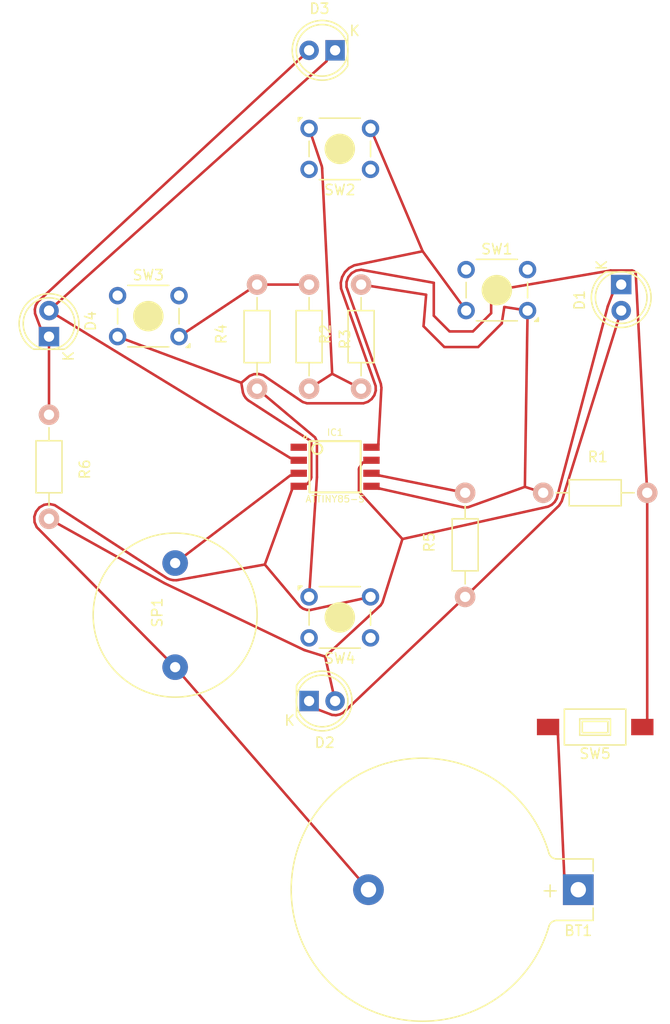
<source format=kicad_pcb>
(kicad_pcb (version 4) (host pcbnew 4.0.4-stable)

  (general
    (links 28)
    (no_connects 0)
    (area 188.128 63.541 253.932 163.809777)
    (thickness 1.6)
    (drawings 0)
    (tracks 262)
    (zones 0)
    (modules 18)
    (nets 14)
  )

  (page A4)
  (layers
    (0 F.Cu signal)
    (31 B.Cu signal)
    (32 B.Adhes user)
    (33 F.Adhes user)
    (34 B.Paste user)
    (35 F.Paste user)
    (36 B.SilkS user)
    (37 F.SilkS user)
    (38 B.Mask user)
    (39 F.Mask user)
    (40 Dwgs.User user)
    (41 Cmts.User user)
    (42 Eco1.User user)
    (43 Eco2.User user)
    (44 Edge.Cuts user)
    (45 Margin user)
    (46 B.CrtYd user)
    (47 F.CrtYd user)
    (48 B.Fab user)
    (49 F.Fab user)
  )

  (setup
    (last_trace_width 0.25)
    (trace_clearance 0.2)
    (zone_clearance 0.508)
    (zone_45_only no)
    (trace_min 0.2)
    (segment_width 0.2)
    (edge_width 0.15)
    (via_size 0.6)
    (via_drill 0.4)
    (via_min_size 0.4)
    (via_min_drill 0.3)
    (uvia_size 0.3)
    (uvia_drill 0.1)
    (uvias_allowed no)
    (uvia_min_size 0.2)
    (uvia_min_drill 0.1)
    (pcb_text_width 0.3)
    (pcb_text_size 1.5 1.5)
    (mod_edge_width 0.15)
    (mod_text_size 1 1)
    (mod_text_width 0.15)
    (pad_size 1.524 1.524)
    (pad_drill 0.762)
    (pad_to_mask_clearance 0.2)
    (aux_axis_origin 0 0)
    (visible_elements 7FFFFFFF)
    (pcbplotparams
      (layerselection 0x00030_80000001)
      (usegerberextensions false)
      (excludeedgelayer true)
      (linewidth 0.100000)
      (plotframeref false)
      (viasonmask false)
      (mode 1)
      (useauxorigin false)
      (hpglpennumber 1)
      (hpglpenspeed 20)
      (hpglpendiameter 15)
      (hpglpenoverlay 2)
      (psnegative false)
      (psa4output false)
      (plotreference true)
      (plotvalue true)
      (plotinvisibletext false)
      (padsonsilk false)
      (subtractmaskfromsilk false)
      (outputformat 1)
      (mirror false)
      (drillshape 1)
      (scaleselection 1)
      (outputdirectory ""))
  )

  (net 0 "")
  (net 1 GND)
  (net 2 "Net-(BT1-Pad1)")
  (net 3 PB2)
  (net 4 "Net-(D1-Pad2)")
  (net 5 PB3)
  (net 6 "Net-(D3-Pad2)")
  (net 7 PB4)
  (net 8 PB0)
  (net 9 PB1)
  (net 10 +3V3)
  (net 11 "Net-(R2-Pad1)")
  (net 12 "Net-(R3-Pad1)")
  (net 13 "Net-(R4-Pad1)")

  (net_class Default "This is the default net class."
    (clearance 0.2)
    (trace_width 0.25)
    (via_dia 0.6)
    (via_drill 0.4)
    (uvia_dia 0.3)
    (uvia_drill 0.1)
    (add_net +3V3)
    (add_net GND)
    (add_net "Net-(BT1-Pad1)")
    (add_net "Net-(D1-Pad2)")
    (add_net "Net-(D3-Pad2)")
    (add_net "Net-(R2-Pad1)")
    (add_net "Net-(R3-Pad1)")
    (add_net "Net-(R4-Pad1)")
    (add_net PB0)
    (add_net PB1)
    (add_net PB2)
    (add_net PB3)
    (add_net PB4)
  )

  (module Battery_Holders:Keystone_104_1x23mm-CoinCell (layer F.Cu) (tedit 5787C34F) (tstamp 583F4558)
    (at 244.729 150.495 180)
    (descr http://www.keyelco.com/product-pdf.cfm?p=744)
    (tags "Keystone type 104 battery holder")
    (path /583DCF3A)
    (fp_text reference BT1 (at 0 -4 180) (layer F.SilkS)
      (effects (font (size 1 1) (thickness 0.15)))
    )
    (fp_text value Battery (at 15 14 180) (layer F.Fab)
      (effects (font (size 1 1) (thickness 0.15)))
    )
    (fp_text user + (at 2.75 0 180) (layer F.SilkS)
      (effects (font (size 1.5 1.5) (thickness 0.15)))
    )
    (fp_line (start -1.45 1.8) (end -1.45 3) (layer F.SilkS) (width 0.15))
    (fp_arc (start 15.2 0) (end 2.615 3.6) (angle -164) (layer F.CrtYd) (width 0.05))
    (fp_arc (start 15.2 0) (end 2.615 -3.6) (angle 164) (layer F.CrtYd) (width 0.05))
    (fp_arc (start 2.1 3.8) (end 2.1 3.25) (angle 70) (layer F.CrtYd) (width 0.05))
    (fp_arc (start 2.1 -3.8) (end 2.1 -3.25) (angle -70) (layer F.CrtYd) (width 0.05))
    (fp_arc (start 15.2 0) (end 2.85 3.5) (angle -164.5) (layer F.SilkS) (width 0.15))
    (fp_arc (start 2.1 3.8) (end 2.1 3) (angle 70) (layer F.SilkS) (width 0.15))
    (fp_arc (start 15.2 0) (end 2.85 -3.5) (angle 164.5) (layer F.SilkS) (width 0.15))
    (fp_arc (start 2.1 -3.8) (end 2.1 -3) (angle -70) (layer F.SilkS) (width 0.15))
    (fp_arc (start 2.15 3.8) (end 2.15 2.9) (angle 70) (layer F.Fab) (width 0.15))
    (fp_arc (start 15.2 0) (end 3 3.5) (angle -164) (layer F.Fab) (width 0.15))
    (fp_arc (start 15.2 0) (end 3 -3.5) (angle 164) (layer F.Fab) (width 0.15))
    (fp_arc (start 15.2 0) (end 3.72 1.3) (angle -180) (layer F.Fab) (width 0.15))
    (fp_line (start -1.75 -3.25) (end 2.15 -3.25) (layer F.CrtYd) (width 0.05))
    (fp_line (start -1.75 3.25) (end 2.15 3.25) (layer F.CrtYd) (width 0.05))
    (fp_line (start -1.75 3.25) (end -1.75 -3.25) (layer F.CrtYd) (width 0.05))
    (fp_line (start -1.45 -3) (end 2.15 -3) (layer F.SilkS) (width 0.15))
    (fp_line (start -1.45 -1.8) (end -1.45 -3) (layer F.SilkS) (width 0.15))
    (fp_line (start -1.45 3) (end 2.15 3) (layer F.SilkS) (width 0.15))
    (fp_arc (start 15.2 0) (end 9 1.3) (angle -170) (layer F.Fab) (width 0.15))
    (fp_arc (start 15.2 0) (end 13.3 1.3) (angle -150) (layer F.Fab) (width 0.15))
    (fp_arc (start 15.2 0) (end 13.3 -1.3) (angle 150) (layer F.Fab) (width 0.15))
    (fp_arc (start 15.2 0) (end 9 -1.3) (angle 170) (layer F.Fab) (width 0.15))
    (fp_arc (start 15.2 0) (end 3.72 -1.3) (angle 180) (layer F.Fab) (width 0.15))
    (fp_line (start 2.15 -2.9) (end -0.9 -2.9) (layer F.Fab) (width 0.15))
    (fp_line (start -0.9 2.9) (end 2.15 2.9) (layer F.Fab) (width 0.15))
    (fp_line (start -1.3 -2.5) (end -1.3 2.5) (layer F.Fab) (width 0.15))
    (fp_line (start 0 1.3) (end 16.2 1.3) (layer F.Fab) (width 0.15))
    (fp_line (start 16.2 -1.3) (end 0 -1.3) (layer F.Fab) (width 0.15))
    (fp_arc (start 2.15 -3.8) (end 2.15 -2.9) (angle -70) (layer F.Fab) (width 0.15))
    (fp_arc (start 16.2 0) (end 16.2 -1.3) (angle 180) (layer F.Fab) (width 0.15))
    (fp_line (start 0 -1.3) (end 0 1.3) (layer F.Fab) (width 0.15))
    (fp_arc (start -0.9 2.5) (end -1.3 2.5) (angle -90) (layer F.Fab) (width 0.15))
    (fp_arc (start -0.9 -2.5) (end -1.3 -2.5) (angle 90) (layer F.Fab) (width 0.15))
    (fp_line (start 23.6982 7.8486) (end 24.5264 8.6133) (layer F.Fab) (width 0.15))
    (fp_line (start 23.7236 -7.8486) (end 24.5264 -8.6006) (layer F.Fab) (width 0.15))
    (pad 2 thru_hole circle (at 20.49 0 180) (size 3 3) (drill 1.5) (layers *.Cu *.Mask)
      (net 1 GND))
    (pad 1 thru_hole rect (at 0 0 180) (size 3 3) (drill 1.5) (layers *.Cu *.Mask)
      (net 2 "Net-(BT1-Pad1)"))
    (model Battery_Holders.3dshapes/Keystone_104_1x23mm-CoinCell.wrl
      (at (xyz 0.6 0 0))
      (scale (xyz 1 1 1))
      (rotate (xyz 0 0 180))
    )
  )

  (module LEDs:LED-5MM (layer F.Cu) (tedit 5570F7EA) (tstamp 583F455E)
    (at 248.92 91.44 270)
    (descr "LED 5mm round vertical")
    (tags "LED 5mm round vertical")
    (path /583DCDFF)
    (fp_text reference D1 (at 1.524 4.064 270) (layer F.SilkS)
      (effects (font (size 1 1) (thickness 0.15)))
    )
    (fp_text value LED (at 1.524 -3.937 270) (layer F.Fab)
      (effects (font (size 1 1) (thickness 0.15)))
    )
    (fp_line (start -1.5 -1.55) (end -1.5 1.55) (layer F.CrtYd) (width 0.05))
    (fp_arc (start 1.3 0) (end -1.5 1.55) (angle -302) (layer F.CrtYd) (width 0.05))
    (fp_arc (start 1.27 0) (end -1.23 -1.5) (angle 297.5) (layer F.SilkS) (width 0.15))
    (fp_line (start -1.23 1.5) (end -1.23 -1.5) (layer F.SilkS) (width 0.15))
    (fp_circle (center 1.27 0) (end 0.97 -2.5) (layer F.SilkS) (width 0.15))
    (fp_text user K (at -1.905 1.905 270) (layer F.SilkS)
      (effects (font (size 1 1) (thickness 0.15)))
    )
    (pad 1 thru_hole rect (at 0 0) (size 2 1.9) (drill 1.00076) (layers *.Cu *.Mask)
      (net 3 PB2))
    (pad 2 thru_hole circle (at 2.54 0 270) (size 1.9 1.9) (drill 1.00076) (layers *.Cu *.Mask)
      (net 4 "Net-(D1-Pad2)"))
    (model LEDs.3dshapes/LED-5MM.wrl
      (at (xyz 0.05 0 0))
      (scale (xyz 1 1 1))
      (rotate (xyz 0 0 90))
    )
  )

  (module LEDs:LED-5MM (layer F.Cu) (tedit 5570F7EA) (tstamp 583F4564)
    (at 218.44 132.08)
    (descr "LED 5mm round vertical")
    (tags "LED 5mm round vertical")
    (path /583DCE22)
    (fp_text reference D2 (at 1.524 4.064) (layer F.SilkS)
      (effects (font (size 1 1) (thickness 0.15)))
    )
    (fp_text value LED (at 1.524 -3.937) (layer F.Fab)
      (effects (font (size 1 1) (thickness 0.15)))
    )
    (fp_line (start -1.5 -1.55) (end -1.5 1.55) (layer F.CrtYd) (width 0.05))
    (fp_arc (start 1.3 0) (end -1.5 1.55) (angle -302) (layer F.CrtYd) (width 0.05))
    (fp_arc (start 1.27 0) (end -1.23 -1.5) (angle 297.5) (layer F.SilkS) (width 0.15))
    (fp_line (start -1.23 1.5) (end -1.23 -1.5) (layer F.SilkS) (width 0.15))
    (fp_circle (center 1.27 0) (end 0.97 -2.5) (layer F.SilkS) (width 0.15))
    (fp_text user K (at -1.905 1.905) (layer F.SilkS)
      (effects (font (size 1 1) (thickness 0.15)))
    )
    (pad 1 thru_hole rect (at 0 0 90) (size 2 1.9) (drill 1.00076) (layers *.Cu *.Mask)
      (net 4 "Net-(D1-Pad2)"))
    (pad 2 thru_hole circle (at 2.54 0) (size 1.9 1.9) (drill 1.00076) (layers *.Cu *.Mask)
      (net 3 PB2))
    (model LEDs.3dshapes/LED-5MM.wrl
      (at (xyz 0.05 0 0))
      (scale (xyz 1 1 1))
      (rotate (xyz 0 0 90))
    )
  )

  (module LEDs:LED-5MM (layer F.Cu) (tedit 5570F7EA) (tstamp 583F456A)
    (at 220.98 68.58 180)
    (descr "LED 5mm round vertical")
    (tags "LED 5mm round vertical")
    (path /583DCDC6)
    (fp_text reference D3 (at 1.524 4.064 180) (layer F.SilkS)
      (effects (font (size 1 1) (thickness 0.15)))
    )
    (fp_text value LED (at 1.524 -3.937 180) (layer F.Fab)
      (effects (font (size 1 1) (thickness 0.15)))
    )
    (fp_line (start -1.5 -1.55) (end -1.5 1.55) (layer F.CrtYd) (width 0.05))
    (fp_arc (start 1.3 0) (end -1.5 1.55) (angle -302) (layer F.CrtYd) (width 0.05))
    (fp_arc (start 1.27 0) (end -1.23 -1.5) (angle 297.5) (layer F.SilkS) (width 0.15))
    (fp_line (start -1.23 1.5) (end -1.23 -1.5) (layer F.SilkS) (width 0.15))
    (fp_circle (center 1.27 0) (end 0.97 -2.5) (layer F.SilkS) (width 0.15))
    (fp_text user K (at -1.905 1.905 180) (layer F.SilkS)
      (effects (font (size 1 1) (thickness 0.15)))
    )
    (pad 1 thru_hole rect (at 0 0 270) (size 2 1.9) (drill 1.00076) (layers *.Cu *.Mask)
      (net 5 PB3))
    (pad 2 thru_hole circle (at 2.54 0 180) (size 1.9 1.9) (drill 1.00076) (layers *.Cu *.Mask)
      (net 6 "Net-(D3-Pad2)"))
    (model LEDs.3dshapes/LED-5MM.wrl
      (at (xyz 0.05 0 0))
      (scale (xyz 1 1 1))
      (rotate (xyz 0 0 90))
    )
  )

  (module LEDs:LED-5MM (layer F.Cu) (tedit 5570F7EA) (tstamp 583F4570)
    (at 193.04 96.52 90)
    (descr "LED 5mm round vertical")
    (tags "LED 5mm round vertical")
    (path /583DCC45)
    (fp_text reference D4 (at 1.524 4.064 90) (layer F.SilkS)
      (effects (font (size 1 1) (thickness 0.15)))
    )
    (fp_text value LED (at 1.524 -3.937 90) (layer F.Fab)
      (effects (font (size 1 1) (thickness 0.15)))
    )
    (fp_line (start -1.5 -1.55) (end -1.5 1.55) (layer F.CrtYd) (width 0.05))
    (fp_arc (start 1.3 0) (end -1.5 1.55) (angle -302) (layer F.CrtYd) (width 0.05))
    (fp_arc (start 1.27 0) (end -1.23 -1.5) (angle 297.5) (layer F.SilkS) (width 0.15))
    (fp_line (start -1.23 1.5) (end -1.23 -1.5) (layer F.SilkS) (width 0.15))
    (fp_circle (center 1.27 0) (end 0.97 -2.5) (layer F.SilkS) (width 0.15))
    (fp_text user K (at -1.905 1.905 90) (layer F.SilkS)
      (effects (font (size 1 1) (thickness 0.15)))
    )
    (pad 1 thru_hole rect (at 0 0 180) (size 2 1.9) (drill 1.00076) (layers *.Cu *.Mask)
      (net 6 "Net-(D3-Pad2)"))
    (pad 2 thru_hole circle (at 2.54 0 90) (size 1.9 1.9) (drill 1.00076) (layers *.Cu *.Mask)
      (net 5 PB3))
    (model LEDs.3dshapes/LED-5MM.wrl
      (at (xyz 0.05 0 0))
      (scale (xyz 1 1 1))
      (rotate (xyz 0 0 90))
    )
  )

  (module simon:SOIC8W (layer F.Cu) (tedit 0) (tstamp 583F457C)
    (at 220.98 109.22)
    (descr "Small Outline w/ Pins, wide")
    (tags "SOIC SSOP TSSOP")
    (path /583DCC04)
    (attr smd)
    (fp_text reference IC1 (at 0 -3.35) (layer F.SilkS)
      (effects (font (size 0.65 0.65) (thickness 0.0975)))
    )
    (fp_text value ATTINY85-S (at 0 3.15) (layer F.SilkS)
      (effects (font (size 0.65 0.65) (thickness 0.0975)))
    )
    (fp_text user ○ (at -2.9 -2.905) (layer F.SilkS)
      (effects (font (size 0.4 0.4) (thickness 0.1)))
    )
    (fp_line (start -2.5 -2.5) (end 2.5 -2.5) (layer F.SilkS) (width 0.2))
    (fp_line (start 2.5 -2.5) (end 2.5 2.5) (layer F.SilkS) (width 0.2))
    (fp_line (start 2.5 2.5) (end -2.5 2.5) (layer F.SilkS) (width 0.2))
    (fp_line (start -2.5 2.5) (end -2.5 -2.5) (layer F.SilkS) (width 0.2))
    (fp_circle (center -1.75 -1.75) (end -1.25 -1.75) (layer F.SilkS) (width 0.2))
    (pad 1 smd rect (at -3.55 -1.905) (size 1.6 0.7) (layers F.Cu F.Paste F.Mask))
    (pad 2 smd rect (at -3.55 -0.635) (size 1.6 0.7) (layers F.Cu F.Paste F.Mask)
      (net 5 PB3))
    (pad 3 smd rect (at -3.55 0.635) (size 1.6 0.7) (layers F.Cu F.Paste F.Mask)
      (net 7 PB4))
    (pad 4 smd rect (at -3.55 1.905) (size 1.6 0.7) (layers F.Cu F.Paste F.Mask)
      (net 1 GND))
    (pad 5 smd rect (at 3.55 1.905) (size 1.6 0.7) (layers F.Cu F.Paste F.Mask)
      (net 8 PB0))
    (pad 6 smd rect (at 3.55 0.635) (size 1.6 0.7) (layers F.Cu F.Paste F.Mask)
      (net 9 PB1))
    (pad 7 smd rect (at 3.55 -0.635) (size 1.6 0.7) (layers F.Cu F.Paste F.Mask)
      (net 3 PB2))
    (pad 8 smd rect (at 3.55 -1.905) (size 1.6 0.7) (layers F.Cu F.Paste F.Mask)
      (net 10 +3V3))
    (model SOIC8W.wrl
      (at (xyz 0 0 0))
      (scale (xyz 0.3937 0.3937 0.3937))
      (rotate (xyz 0 0 0))
    )
  )

  (module Resistors_ThroughHole:Resistor_Horizontal_RM10mm (layer F.Cu) (tedit 56648415) (tstamp 583F4582)
    (at 241.3 111.76)
    (descr "Resistor, Axial,  RM 10mm, 1/3W")
    (tags "Resistor Axial RM 10mm 1/3W")
    (path /583E0233)
    (fp_text reference R1 (at 5.32892 -3.50012) (layer F.SilkS)
      (effects (font (size 1 1) (thickness 0.15)))
    )
    (fp_text value 2K (at 5.08 3.81) (layer F.Fab)
      (effects (font (size 1 1) (thickness 0.15)))
    )
    (fp_line (start -1.25 -1.5) (end 11.4 -1.5) (layer F.CrtYd) (width 0.05))
    (fp_line (start -1.25 1.5) (end -1.25 -1.5) (layer F.CrtYd) (width 0.05))
    (fp_line (start 11.4 -1.5) (end 11.4 1.5) (layer F.CrtYd) (width 0.05))
    (fp_line (start -1.25 1.5) (end 11.4 1.5) (layer F.CrtYd) (width 0.05))
    (fp_line (start 2.54 -1.27) (end 7.62 -1.27) (layer F.SilkS) (width 0.15))
    (fp_line (start 7.62 -1.27) (end 7.62 1.27) (layer F.SilkS) (width 0.15))
    (fp_line (start 7.62 1.27) (end 2.54 1.27) (layer F.SilkS) (width 0.15))
    (fp_line (start 2.54 1.27) (end 2.54 -1.27) (layer F.SilkS) (width 0.15))
    (fp_line (start 2.54 0) (end 1.27 0) (layer F.SilkS) (width 0.15))
    (fp_line (start 7.62 0) (end 8.89 0) (layer F.SilkS) (width 0.15))
    (pad 1 thru_hole circle (at 0 0) (size 1.99898 1.99898) (drill 1.00076) (layers *.Cu *.SilkS *.Mask)
      (net 8 PB0))
    (pad 2 thru_hole circle (at 10.16 0) (size 1.99898 1.99898) (drill 1.00076) (layers *.Cu *.SilkS *.Mask)
      (net 10 +3V3))
    (model Resistors_ThroughHole.3dshapes/Resistor_Horizontal_RM10mm.wrl
      (at (xyz 0.2 0 0))
      (scale (xyz 0.4 0.4 0.4))
      (rotate (xyz 0 0 0))
    )
  )

  (module Resistors_ThroughHole:Resistor_Horizontal_RM10mm (layer F.Cu) (tedit 56648415) (tstamp 583F4588)
    (at 223.52 101.6 90)
    (descr "Resistor, Axial,  RM 10mm, 1/3W")
    (tags "Resistor Axial RM 10mm 1/3W")
    (path /583DD606)
    (fp_text reference R2 (at 5.32892 -3.50012 90) (layer F.SilkS)
      (effects (font (size 1 1) (thickness 0.15)))
    )
    (fp_text value 330R (at 5.08 3.81 90) (layer F.Fab)
      (effects (font (size 1 1) (thickness 0.15)))
    )
    (fp_line (start -1.25 -1.5) (end 11.4 -1.5) (layer F.CrtYd) (width 0.05))
    (fp_line (start -1.25 1.5) (end -1.25 -1.5) (layer F.CrtYd) (width 0.05))
    (fp_line (start 11.4 -1.5) (end 11.4 1.5) (layer F.CrtYd) (width 0.05))
    (fp_line (start -1.25 1.5) (end 11.4 1.5) (layer F.CrtYd) (width 0.05))
    (fp_line (start 2.54 -1.27) (end 7.62 -1.27) (layer F.SilkS) (width 0.15))
    (fp_line (start 7.62 -1.27) (end 7.62 1.27) (layer F.SilkS) (width 0.15))
    (fp_line (start 7.62 1.27) (end 2.54 1.27) (layer F.SilkS) (width 0.15))
    (fp_line (start 2.54 1.27) (end 2.54 -1.27) (layer F.SilkS) (width 0.15))
    (fp_line (start 2.54 0) (end 1.27 0) (layer F.SilkS) (width 0.15))
    (fp_line (start 7.62 0) (end 8.89 0) (layer F.SilkS) (width 0.15))
    (pad 1 thru_hole circle (at 0 0 90) (size 1.99898 1.99898) (drill 1.00076) (layers *.Cu *.SilkS *.Mask)
      (net 11 "Net-(R2-Pad1)"))
    (pad 2 thru_hole circle (at 10.16 0 90) (size 1.99898 1.99898) (drill 1.00076) (layers *.Cu *.SilkS *.Mask)
      (net 8 PB0))
    (model Resistors_ThroughHole.3dshapes/Resistor_Horizontal_RM10mm.wrl
      (at (xyz 0.2 0 0))
      (scale (xyz 0.4 0.4 0.4))
      (rotate (xyz 0 0 0))
    )
  )

  (module Resistors_ThroughHole:Resistor_Horizontal_RM10mm (layer F.Cu) (tedit 56648415) (tstamp 583F458E)
    (at 218.44 91.44 270)
    (descr "Resistor, Axial,  RM 10mm, 1/3W")
    (tags "Resistor Axial RM 10mm 1/3W")
    (path /583DD6CB)
    (fp_text reference R3 (at 5.32892 -3.50012 270) (layer F.SilkS)
      (effects (font (size 1 1) (thickness 0.15)))
    )
    (fp_text value 620R (at 5.08 3.81 270) (layer F.Fab)
      (effects (font (size 1 1) (thickness 0.15)))
    )
    (fp_line (start -1.25 -1.5) (end 11.4 -1.5) (layer F.CrtYd) (width 0.05))
    (fp_line (start -1.25 1.5) (end -1.25 -1.5) (layer F.CrtYd) (width 0.05))
    (fp_line (start 11.4 -1.5) (end 11.4 1.5) (layer F.CrtYd) (width 0.05))
    (fp_line (start -1.25 1.5) (end 11.4 1.5) (layer F.CrtYd) (width 0.05))
    (fp_line (start 2.54 -1.27) (end 7.62 -1.27) (layer F.SilkS) (width 0.15))
    (fp_line (start 7.62 -1.27) (end 7.62 1.27) (layer F.SilkS) (width 0.15))
    (fp_line (start 7.62 1.27) (end 2.54 1.27) (layer F.SilkS) (width 0.15))
    (fp_line (start 2.54 1.27) (end 2.54 -1.27) (layer F.SilkS) (width 0.15))
    (fp_line (start 2.54 0) (end 1.27 0) (layer F.SilkS) (width 0.15))
    (fp_line (start 7.62 0) (end 8.89 0) (layer F.SilkS) (width 0.15))
    (pad 1 thru_hole circle (at 0 0 270) (size 1.99898 1.99898) (drill 1.00076) (layers *.Cu *.SilkS *.Mask)
      (net 12 "Net-(R3-Pad1)"))
    (pad 2 thru_hole circle (at 10.16 0 270) (size 1.99898 1.99898) (drill 1.00076) (layers *.Cu *.SilkS *.Mask)
      (net 11 "Net-(R2-Pad1)"))
    (model Resistors_ThroughHole.3dshapes/Resistor_Horizontal_RM10mm.wrl
      (at (xyz 0.2 0 0))
      (scale (xyz 0.4 0.4 0.4))
      (rotate (xyz 0 0 0))
    )
  )

  (module Resistors_ThroughHole:Resistor_Horizontal_RM10mm (layer F.Cu) (tedit 56648415) (tstamp 583F4594)
    (at 213.36 101.6 90)
    (descr "Resistor, Axial,  RM 10mm, 1/3W")
    (tags "Resistor Axial RM 10mm 1/3W")
    (path /583DD6FC)
    (fp_text reference R4 (at 5.32892 -3.50012 90) (layer F.SilkS)
      (effects (font (size 1 1) (thickness 0.15)))
    )
    (fp_text value 1K (at 5.08 3.81 90) (layer F.Fab)
      (effects (font (size 1 1) (thickness 0.15)))
    )
    (fp_line (start -1.25 -1.5) (end 11.4 -1.5) (layer F.CrtYd) (width 0.05))
    (fp_line (start -1.25 1.5) (end -1.25 -1.5) (layer F.CrtYd) (width 0.05))
    (fp_line (start 11.4 -1.5) (end 11.4 1.5) (layer F.CrtYd) (width 0.05))
    (fp_line (start -1.25 1.5) (end 11.4 1.5) (layer F.CrtYd) (width 0.05))
    (fp_line (start 2.54 -1.27) (end 7.62 -1.27) (layer F.SilkS) (width 0.15))
    (fp_line (start 7.62 -1.27) (end 7.62 1.27) (layer F.SilkS) (width 0.15))
    (fp_line (start 7.62 1.27) (end 2.54 1.27) (layer F.SilkS) (width 0.15))
    (fp_line (start 2.54 1.27) (end 2.54 -1.27) (layer F.SilkS) (width 0.15))
    (fp_line (start 2.54 0) (end 1.27 0) (layer F.SilkS) (width 0.15))
    (fp_line (start 7.62 0) (end 8.89 0) (layer F.SilkS) (width 0.15))
    (pad 1 thru_hole circle (at 0 0 90) (size 1.99898 1.99898) (drill 1.00076) (layers *.Cu *.SilkS *.Mask)
      (net 13 "Net-(R4-Pad1)"))
    (pad 2 thru_hole circle (at 10.16 0 90) (size 1.99898 1.99898) (drill 1.00076) (layers *.Cu *.SilkS *.Mask)
      (net 12 "Net-(R3-Pad1)"))
    (model Resistors_ThroughHole.3dshapes/Resistor_Horizontal_RM10mm.wrl
      (at (xyz 0.2 0 0))
      (scale (xyz 0.4 0.4 0.4))
      (rotate (xyz 0 0 0))
    )
  )

  (module Resistors_ThroughHole:Resistor_Horizontal_RM10mm (layer F.Cu) (tedit 56648415) (tstamp 583F459A)
    (at 233.68 121.92 90)
    (descr "Resistor, Axial,  RM 10mm, 1/3W")
    (tags "Resistor Axial RM 10mm 1/3W")
    (path /583DCE47)
    (fp_text reference R5 (at 5.32892 -3.50012 90) (layer F.SilkS)
      (effects (font (size 1 1) (thickness 0.15)))
    )
    (fp_text value 330R (at 5.08 3.81 90) (layer F.Fab)
      (effects (font (size 1 1) (thickness 0.15)))
    )
    (fp_line (start -1.25 -1.5) (end 11.4 -1.5) (layer F.CrtYd) (width 0.05))
    (fp_line (start -1.25 1.5) (end -1.25 -1.5) (layer F.CrtYd) (width 0.05))
    (fp_line (start 11.4 -1.5) (end 11.4 1.5) (layer F.CrtYd) (width 0.05))
    (fp_line (start -1.25 1.5) (end 11.4 1.5) (layer F.CrtYd) (width 0.05))
    (fp_line (start 2.54 -1.27) (end 7.62 -1.27) (layer F.SilkS) (width 0.15))
    (fp_line (start 7.62 -1.27) (end 7.62 1.27) (layer F.SilkS) (width 0.15))
    (fp_line (start 7.62 1.27) (end 2.54 1.27) (layer F.SilkS) (width 0.15))
    (fp_line (start 2.54 1.27) (end 2.54 -1.27) (layer F.SilkS) (width 0.15))
    (fp_line (start 2.54 0) (end 1.27 0) (layer F.SilkS) (width 0.15))
    (fp_line (start 7.62 0) (end 8.89 0) (layer F.SilkS) (width 0.15))
    (pad 1 thru_hole circle (at 0 0 90) (size 1.99898 1.99898) (drill 1.00076) (layers *.Cu *.SilkS *.Mask)
      (net 4 "Net-(D1-Pad2)"))
    (pad 2 thru_hole circle (at 10.16 0 90) (size 1.99898 1.99898) (drill 1.00076) (layers *.Cu *.SilkS *.Mask)
      (net 9 PB1))
    (model Resistors_ThroughHole.3dshapes/Resistor_Horizontal_RM10mm.wrl
      (at (xyz 0.2 0 0))
      (scale (xyz 0.4 0.4 0.4))
      (rotate (xyz 0 0 0))
    )
  )

  (module Resistors_ThroughHole:Resistor_Horizontal_RM10mm (layer F.Cu) (tedit 56648415) (tstamp 583F45A0)
    (at 193.04 104.14 270)
    (descr "Resistor, Axial,  RM 10mm, 1/3W")
    (tags "Resistor Axial RM 10mm 1/3W")
    (path /583DCE80)
    (fp_text reference R6 (at 5.32892 -3.50012 270) (layer F.SilkS)
      (effects (font (size 1 1) (thickness 0.15)))
    )
    (fp_text value 330R (at 5.08 3.81 270) (layer F.Fab)
      (effects (font (size 1 1) (thickness 0.15)))
    )
    (fp_line (start -1.25 -1.5) (end 11.4 -1.5) (layer F.CrtYd) (width 0.05))
    (fp_line (start -1.25 1.5) (end -1.25 -1.5) (layer F.CrtYd) (width 0.05))
    (fp_line (start 11.4 -1.5) (end 11.4 1.5) (layer F.CrtYd) (width 0.05))
    (fp_line (start -1.25 1.5) (end 11.4 1.5) (layer F.CrtYd) (width 0.05))
    (fp_line (start 2.54 -1.27) (end 7.62 -1.27) (layer F.SilkS) (width 0.15))
    (fp_line (start 7.62 -1.27) (end 7.62 1.27) (layer F.SilkS) (width 0.15))
    (fp_line (start 7.62 1.27) (end 2.54 1.27) (layer F.SilkS) (width 0.15))
    (fp_line (start 2.54 1.27) (end 2.54 -1.27) (layer F.SilkS) (width 0.15))
    (fp_line (start 2.54 0) (end 1.27 0) (layer F.SilkS) (width 0.15))
    (fp_line (start 7.62 0) (end 8.89 0) (layer F.SilkS) (width 0.15))
    (pad 1 thru_hole circle (at 0 0 270) (size 1.99898 1.99898) (drill 1.00076) (layers *.Cu *.SilkS *.Mask)
      (net 6 "Net-(D3-Pad2)"))
    (pad 2 thru_hole circle (at 10.16 0 270) (size 1.99898 1.99898) (drill 1.00076) (layers *.Cu *.SilkS *.Mask)
      (net 3 PB2))
    (model Resistors_ThroughHole.3dshapes/Resistor_Horizontal_RM10mm.wrl
      (at (xyz 0.2 0 0))
      (scale (xyz 0.4 0.4 0.4))
      (rotate (xyz 0 0 0))
    )
  )

  (module Buzzers_Beepers:BUZZER (layer F.Cu) (tedit 0) (tstamp 583F45A6)
    (at 205.359 123.698 90)
    (path /583DE71C)
    (fp_text reference SP1 (at 0.24892 -1.75006 90) (layer F.SilkS)
      (effects (font (size 1 1) (thickness 0.15)))
    )
    (fp_text value SPEAKER (at 0 1.50114 90) (layer F.Fab)
      (effects (font (size 1 1) (thickness 0.15)))
    )
    (fp_circle (center 0 0) (end 8.001 0.24892) (layer F.SilkS) (width 0.15))
    (pad 2 thru_hole circle (at 5.08 0 90) (size 2.49936 2.49936) (drill 1.00076) (layers *.Cu *.Mask)
      (net 7 PB4))
    (pad 1 thru_hole circle (at -5.08 0 90) (size 2.49936 2.49936) (drill 1.00076) (layers *.Cu *.Mask)
      (net 1 GND))
  )

  (module Buttons_Switches_ThroughHole:SW_TH_Tactile_Omron_B3F-10xx (layer F.Cu) (tedit 563F14D4) (tstamp 583F45AE)
    (at 239.776 93.98 180)
    (descr SW_TH_Tactile_Omron_B3F-10xx)
    (tags "Omron B3F-10xx")
    (path /583DD5B7)
    (fp_text reference SW1 (at 3 6 180) (layer F.SilkS)
      (effects (font (size 1 1) (thickness 0.15)))
    )
    (fp_text value button (at 2.95 -2.05 180) (layer F.Fab)
      (effects (font (size 1 1) (thickness 0.15)))
    )
    (fp_line (start -0.95 -1) (end -0.95 -0.9) (layer F.SilkS) (width 0.15))
    (fp_line (start -1.05 -1.05) (end -0.7 -1.05) (layer F.SilkS) (width 0.15))
    (fp_arc (start 0 0) (end -1.05 -0.7) (angle 22.61986495) (layer F.SilkS) (width 0.15))
    (fp_line (start -1.05 -1.05) (end -1.05 -0.7) (layer F.SilkS) (width 0.15))
    (fp_line (start 7.15 -1.15) (end 0.45 -1.15) (layer F.CrtYd) (width 0.05))
    (fp_line (start 7.15 5.15) (end 7.15 -1.15) (layer F.CrtYd) (width 0.05))
    (fp_line (start -1.15 5.15) (end 7.15 5.15) (layer F.CrtYd) (width 0.05))
    (fp_line (start -1.15 0) (end -1.15 5.15) (layer F.CrtYd) (width 0.05))
    (fp_line (start -1.15 -1.15) (end 0.45 -1.15) (layer F.CrtYd) (width 0.05))
    (fp_line (start -1.15 0) (end -1.15 -1.15) (layer F.CrtYd) (width 0.05))
    (fp_circle (center 3 2) (end 4 3) (layer F.SilkS) (width 0.15))
    (fp_line (start 1 5) (end 5 5) (layer F.SilkS) (width 0.15))
    (fp_line (start 1 -1) (end 5 -1) (layer F.SilkS) (width 0.15))
    (fp_line (start 0 2.75) (end 0 1.25) (layer F.SilkS) (width 0.15))
    (fp_line (start 6 1.25) (end 6 2.75) (layer F.SilkS) (width 0.15))
    (fp_line (start 0 2) (end 0 2) (layer F.SilkS) (width 0))
    (fp_line (start 5 5) (end 1 5) (layer F.SilkS) (width 0))
    (fp_line (start 5 -1) (end 1 -1) (layer F.SilkS) (width 0))
    (fp_line (start 6 2) (end 6 2) (layer F.SilkS) (width 0))
    (fp_circle (center 3 2) (end 4 3) (layer F.SilkS) (width 0))
    (pad 4 thru_hole circle (at 6 4 180) (size 1.7 1.7) (drill 1) (layers *.Cu *.Mask))
    (pad 3 thru_hole circle (at 0 4 180) (size 1.7 1.7) (drill 1) (layers *.Cu *.Mask))
    (pad 2 thru_hole circle (at 6 0 180) (size 1.7 1.7) (drill 1) (layers *.Cu *.Mask)
      (net 1 GND))
    (pad 1 thru_hole circle (at 0 0 180) (size 1.7 1.7) (drill 1) (layers *.Cu *.Mask)
      (net 8 PB0))
  )

  (module Buttons_Switches_ThroughHole:SW_TH_Tactile_Omron_B3F-10xx (layer F.Cu) (tedit 563F14D4) (tstamp 583F45B6)
    (at 218.44 76.2)
    (descr SW_TH_Tactile_Omron_B3F-10xx)
    (tags "Omron B3F-10xx")
    (path /583DD4E4)
    (fp_text reference SW2 (at 3 6) (layer F.SilkS)
      (effects (font (size 1 1) (thickness 0.15)))
    )
    (fp_text value button (at 2.95 -2.05) (layer F.Fab)
      (effects (font (size 1 1) (thickness 0.15)))
    )
    (fp_line (start -0.95 -1) (end -0.95 -0.9) (layer F.SilkS) (width 0.15))
    (fp_line (start -1.05 -1.05) (end -0.7 -1.05) (layer F.SilkS) (width 0.15))
    (fp_arc (start 0 0) (end -1.05 -0.7) (angle 22.61986495) (layer F.SilkS) (width 0.15))
    (fp_line (start -1.05 -1.05) (end -1.05 -0.7) (layer F.SilkS) (width 0.15))
    (fp_line (start 7.15 -1.15) (end 0.45 -1.15) (layer F.CrtYd) (width 0.05))
    (fp_line (start 7.15 5.15) (end 7.15 -1.15) (layer F.CrtYd) (width 0.05))
    (fp_line (start -1.15 5.15) (end 7.15 5.15) (layer F.CrtYd) (width 0.05))
    (fp_line (start -1.15 0) (end -1.15 5.15) (layer F.CrtYd) (width 0.05))
    (fp_line (start -1.15 -1.15) (end 0.45 -1.15) (layer F.CrtYd) (width 0.05))
    (fp_line (start -1.15 0) (end -1.15 -1.15) (layer F.CrtYd) (width 0.05))
    (fp_circle (center 3 2) (end 4 3) (layer F.SilkS) (width 0.15))
    (fp_line (start 1 5) (end 5 5) (layer F.SilkS) (width 0.15))
    (fp_line (start 1 -1) (end 5 -1) (layer F.SilkS) (width 0.15))
    (fp_line (start 0 2.75) (end 0 1.25) (layer F.SilkS) (width 0.15))
    (fp_line (start 6 1.25) (end 6 2.75) (layer F.SilkS) (width 0.15))
    (fp_line (start 0 2) (end 0 2) (layer F.SilkS) (width 0))
    (fp_line (start 5 5) (end 1 5) (layer F.SilkS) (width 0))
    (fp_line (start 5 -1) (end 1 -1) (layer F.SilkS) (width 0))
    (fp_line (start 6 2) (end 6 2) (layer F.SilkS) (width 0))
    (fp_circle (center 3 2) (end 4 3) (layer F.SilkS) (width 0))
    (pad 4 thru_hole circle (at 6 4) (size 1.7 1.7) (drill 1) (layers *.Cu *.Mask))
    (pad 3 thru_hole circle (at 0 4) (size 1.7 1.7) (drill 1) (layers *.Cu *.Mask))
    (pad 2 thru_hole circle (at 6 0) (size 1.7 1.7) (drill 1) (layers *.Cu *.Mask)
      (net 1 GND))
    (pad 1 thru_hole circle (at 0 0) (size 1.7 1.7) (drill 1) (layers *.Cu *.Mask)
      (net 11 "Net-(R2-Pad1)"))
  )

  (module Buttons_Switches_ThroughHole:SW_TH_Tactile_Omron_B3F-10xx (layer F.Cu) (tedit 563F14D4) (tstamp 583F45BE)
    (at 205.74 96.52 180)
    (descr SW_TH_Tactile_Omron_B3F-10xx)
    (tags "Omron B3F-10xx")
    (path /583DD555)
    (fp_text reference SW3 (at 3 6 180) (layer F.SilkS)
      (effects (font (size 1 1) (thickness 0.15)))
    )
    (fp_text value button (at 2.95 -2.05 180) (layer F.Fab)
      (effects (font (size 1 1) (thickness 0.15)))
    )
    (fp_line (start -0.95 -1) (end -0.95 -0.9) (layer F.SilkS) (width 0.15))
    (fp_line (start -1.05 -1.05) (end -0.7 -1.05) (layer F.SilkS) (width 0.15))
    (fp_arc (start 0 0) (end -1.05 -0.7) (angle 22.61986495) (layer F.SilkS) (width 0.15))
    (fp_line (start -1.05 -1.05) (end -1.05 -0.7) (layer F.SilkS) (width 0.15))
    (fp_line (start 7.15 -1.15) (end 0.45 -1.15) (layer F.CrtYd) (width 0.05))
    (fp_line (start 7.15 5.15) (end 7.15 -1.15) (layer F.CrtYd) (width 0.05))
    (fp_line (start -1.15 5.15) (end 7.15 5.15) (layer F.CrtYd) (width 0.05))
    (fp_line (start -1.15 0) (end -1.15 5.15) (layer F.CrtYd) (width 0.05))
    (fp_line (start -1.15 -1.15) (end 0.45 -1.15) (layer F.CrtYd) (width 0.05))
    (fp_line (start -1.15 0) (end -1.15 -1.15) (layer F.CrtYd) (width 0.05))
    (fp_circle (center 3 2) (end 4 3) (layer F.SilkS) (width 0.15))
    (fp_line (start 1 5) (end 5 5) (layer F.SilkS) (width 0.15))
    (fp_line (start 1 -1) (end 5 -1) (layer F.SilkS) (width 0.15))
    (fp_line (start 0 2.75) (end 0 1.25) (layer F.SilkS) (width 0.15))
    (fp_line (start 6 1.25) (end 6 2.75) (layer F.SilkS) (width 0.15))
    (fp_line (start 0 2) (end 0 2) (layer F.SilkS) (width 0))
    (fp_line (start 5 5) (end 1 5) (layer F.SilkS) (width 0))
    (fp_line (start 5 -1) (end 1 -1) (layer F.SilkS) (width 0))
    (fp_line (start 6 2) (end 6 2) (layer F.SilkS) (width 0))
    (fp_circle (center 3 2) (end 4 3) (layer F.SilkS) (width 0))
    (pad 4 thru_hole circle (at 6 4 180) (size 1.7 1.7) (drill 1) (layers *.Cu *.Mask))
    (pad 3 thru_hole circle (at 0 4 180) (size 1.7 1.7) (drill 1) (layers *.Cu *.Mask))
    (pad 2 thru_hole circle (at 6 0 180) (size 1.7 1.7) (drill 1) (layers *.Cu *.Mask)
      (net 1 GND))
    (pad 1 thru_hole circle (at 0 0 180) (size 1.7 1.7) (drill 1) (layers *.Cu *.Mask)
      (net 12 "Net-(R3-Pad1)"))
  )

  (module Buttons_Switches_ThroughHole:SW_TH_Tactile_Omron_B3F-10xx (layer F.Cu) (tedit 563F14D4) (tstamp 583F45C6)
    (at 218.44 121.92)
    (descr SW_TH_Tactile_Omron_B3F-10xx)
    (tags "Omron B3F-10xx")
    (path /583DD588)
    (fp_text reference SW4 (at 3 6) (layer F.SilkS)
      (effects (font (size 1 1) (thickness 0.15)))
    )
    (fp_text value button (at 2.95 -2.05) (layer F.Fab)
      (effects (font (size 1 1) (thickness 0.15)))
    )
    (fp_line (start -0.95 -1) (end -0.95 -0.9) (layer F.SilkS) (width 0.15))
    (fp_line (start -1.05 -1.05) (end -0.7 -1.05) (layer F.SilkS) (width 0.15))
    (fp_arc (start 0 0) (end -1.05 -0.7) (angle 22.61986495) (layer F.SilkS) (width 0.15))
    (fp_line (start -1.05 -1.05) (end -1.05 -0.7) (layer F.SilkS) (width 0.15))
    (fp_line (start 7.15 -1.15) (end 0.45 -1.15) (layer F.CrtYd) (width 0.05))
    (fp_line (start 7.15 5.15) (end 7.15 -1.15) (layer F.CrtYd) (width 0.05))
    (fp_line (start -1.15 5.15) (end 7.15 5.15) (layer F.CrtYd) (width 0.05))
    (fp_line (start -1.15 0) (end -1.15 5.15) (layer F.CrtYd) (width 0.05))
    (fp_line (start -1.15 -1.15) (end 0.45 -1.15) (layer F.CrtYd) (width 0.05))
    (fp_line (start -1.15 0) (end -1.15 -1.15) (layer F.CrtYd) (width 0.05))
    (fp_circle (center 3 2) (end 4 3) (layer F.SilkS) (width 0.15))
    (fp_line (start 1 5) (end 5 5) (layer F.SilkS) (width 0.15))
    (fp_line (start 1 -1) (end 5 -1) (layer F.SilkS) (width 0.15))
    (fp_line (start 0 2.75) (end 0 1.25) (layer F.SilkS) (width 0.15))
    (fp_line (start 6 1.25) (end 6 2.75) (layer F.SilkS) (width 0.15))
    (fp_line (start 0 2) (end 0 2) (layer F.SilkS) (width 0))
    (fp_line (start 5 5) (end 1 5) (layer F.SilkS) (width 0))
    (fp_line (start 5 -1) (end 1 -1) (layer F.SilkS) (width 0))
    (fp_line (start 6 2) (end 6 2) (layer F.SilkS) (width 0))
    (fp_circle (center 3 2) (end 4 3) (layer F.SilkS) (width 0))
    (pad 4 thru_hole circle (at 6 4) (size 1.7 1.7) (drill 1) (layers *.Cu *.Mask))
    (pad 3 thru_hole circle (at 0 4) (size 1.7 1.7) (drill 1) (layers *.Cu *.Mask))
    (pad 2 thru_hole circle (at 6 0) (size 1.7 1.7) (drill 1) (layers *.Cu *.Mask)
      (net 1 GND))
    (pad 1 thru_hole circle (at 0 0) (size 1.7 1.7) (drill 1) (layers *.Cu *.Mask)
      (net 13 "Net-(R4-Pad1)"))
  )

  (module Buttons_Switches_SMD:SW_SPST_FSMSM (layer F.Cu) (tedit 5788B313) (tstamp 583F45CC)
    (at 246.38 134.62 180)
    (descr http://www.te.com/commerce/DocumentDelivery/DDEController?Action=srchrtrv&DocNm=1437566-3&DocType=Customer+Drawing&DocLang=English)
    (tags "SPST button tactile switch")
    (path /583F1B54)
    (attr smd)
    (fp_text reference SW5 (at 0.01011 -2.60022 180) (layer F.SilkS)
      (effects (font (size 1 1) (thickness 0.15)))
    )
    (fp_text value on/off (at 0 3 180) (layer F.Fab)
      (effects (font (size 1 1) (thickness 0.15)))
    )
    (fp_line (start -1.23989 -0.55022) (end 1.26011 -0.55022) (layer F.SilkS) (width 0.15))
    (fp_line (start 1.26011 -0.55022) (end 1.26011 0.54978) (layer F.SilkS) (width 0.15))
    (fp_line (start 1.26011 0.54978) (end -1.23989 0.54978) (layer F.SilkS) (width 0.15))
    (fp_line (start -1.23989 0.54978) (end -1.23989 -0.55022) (layer F.SilkS) (width 0.15))
    (fp_line (start -1.48989 0.79978) (end 1.51011 0.79978) (layer F.SilkS) (width 0.15))
    (fp_line (start -1.48989 -0.80022) (end 1.51011 -0.80022) (layer F.SilkS) (width 0.15))
    (fp_line (start 1.51011 -0.80022) (end 1.51011 0.79978) (layer F.SilkS) (width 0.15))
    (fp_line (start -1.48989 -0.80022) (end -1.48989 0.79978) (layer F.SilkS) (width 0.15))
    (fp_line (start -5.95 2) (end 5.95 2) (layer F.CrtYd) (width 0.05))
    (fp_line (start 5.95 -2) (end 5.95 2) (layer F.CrtYd) (width 0.05))
    (fp_line (start -2.98989 1.74978) (end 3.01011 1.74978) (layer F.SilkS) (width 0.15))
    (fp_line (start -2.98989 -1.75022) (end 3.01011 -1.75022) (layer F.SilkS) (width 0.15))
    (fp_line (start -2.98989 -1.75022) (end -2.98989 1.74978) (layer F.SilkS) (width 0.15))
    (fp_line (start 3.01011 -1.75022) (end 3.01011 1.74978) (layer F.SilkS) (width 0.15))
    (fp_line (start -5.95 -2) (end -5.95 2) (layer F.CrtYd) (width 0.05))
    (fp_line (start -5.95 -2) (end 5.95 -2) (layer F.CrtYd) (width 0.05))
    (pad 1 smd rect (at -4.60243 -0.00232 180) (size 2.18 1.6) (layers F.Cu F.Paste F.Mask)
      (net 10 +3V3))
    (pad 2 smd rect (at 4.60243 0.00232 180) (size 2.18 1.6) (layers F.Cu F.Paste F.Mask)
      (net 2 "Net-(BT1-Pad1)"))
  )

  (segment (start 218.105 110.9) (end 217.43 111.125) (width 0.25) (layer F.Cu) (net 1))
  (segment (start 218.23 110.9) (end 218.105 110.9) (width 0.25) (layer F.Cu) (net 1))
  (segment (start 218.3192 110.8684) (end 218.3363 110.8408) (width 0.25) (layer F.Cu) (net 1))
  (segment (start 218.2626 110.9) (end 218.3192 110.8684) (width 0.25) (layer F.Cu) (net 1))
  (segment (start 218.23 110.9) (end 218.2626 110.9) (width 0.25) (layer F.Cu) (net 1))
  (segment (start 218.5914 110.4288) (end 218.3363 110.8408) (width 0.25) (layer F.Cu) (net 1))
  (segment (start 218.6551 110.2645) (end 218.6551 110.205) (width 0.25) (layer F.Cu) (net 1))
  (segment (start 218.6225 110.3787) (end 218.6551 110.2645) (width 0.25) (layer F.Cu) (net 1))
  (segment (start 218.5914 110.4288) (end 218.6225 110.3787) (width 0.25) (layer F.Cu) (net 1))
  (segment (start 218.6551 106.965) (end 218.6551 110.205) (width 0.25) (layer F.Cu) (net 1))
  (segment (start 218.5518 106.667) (end 218.4614 106.6084) (width 0.25) (layer F.Cu) (net 1))
  (segment (start 218.655 106.8567) (end 218.5518 106.667) (width 0.25) (layer F.Cu) (net 1))
  (segment (start 218.6551 106.965) (end 218.655 106.8567) (width 0.25) (layer F.Cu) (net 1))
  (segment (start 212.5846 102.7951) (end 218.4614 106.6084) (width 0.25) (layer F.Cu) (net 1))
  (segment (start 212.4594 102.7137) (end 212.5846 102.7951) (width 0.25) (layer F.Cu) (net 1))
  (segment (start 212.2507 102.506) (end 212.4594 102.7137) (width 0.25) (layer F.Cu) (net 1))
  (segment (start 212.0877 102.2578) (end 212.2507 102.506) (width 0.25) (layer F.Cu) (net 1))
  (segment (start 211.9794 101.9813) (end 212.0877 102.2578) (width 0.25) (layer F.Cu) (net 1))
  (segment (start 211.9551 101.8361) (end 211.9794 101.9813) (width 0.25) (layer F.Cu) (net 1))
  (segment (start 211.8188 101.0251) (end 211.9551 101.8361) (width 0.25) (layer F.Cu) (net 1))
  (segment (start 205.6523 120.2669) (end 214.1152 118.7617) (width 0.25) (layer F.Cu) (net 1))
  (segment (start 205.4954 120.2947) (end 205.6523 120.2669) (width 0.25) (layer F.Cu) (net 1))
  (segment (start 205.1817 120.2909) (end 205.4954 120.2947) (width 0.25) (layer F.Cu) (net 1))
  (segment (start 204.8714 120.228) (end 205.1817 120.2909) (width 0.25) (layer F.Cu) (net 1))
  (segment (start 204.5783 120.1081) (end 204.8714 120.228) (width 0.25) (layer F.Cu) (net 1))
  (segment (start 204.4456 120.0218) (end 204.5783 120.1081) (width 0.25) (layer F.Cu) (net 1))
  (segment (start 193.817 113.1059) (end 204.4456 120.0218) (width 0.25) (layer F.Cu) (net 1))
  (segment (start 191.8424 115.1154) (end 192.0272 115.3019) (width 0.25) (layer F.Cu) (net 1))
  (segment (start 191.6297 114.632) (end 191.8424 115.1154) (width 0.25) (layer F.Cu) (net 1))
  (segment (start 191.6044 114.1046) (end 191.6297 114.632) (width 0.25) (layer F.Cu) (net 1))
  (segment (start 191.7686 113.6053) (end 191.6044 114.1046) (width 0.25) (layer F.Cu) (net 1))
  (segment (start 192.102 113.1958) (end 191.7686 113.6053) (width 0.25) (layer F.Cu) (net 1))
  (segment (start 192.56 112.933) (end 192.102 113.1958) (width 0.25) (layer F.Cu) (net 1))
  (segment (start 193.0792 112.8517) (end 192.56 112.933) (width 0.25) (layer F.Cu) (net 1))
  (segment (start 193.5957 112.962) (end 193.0792 112.8517) (width 0.25) (layer F.Cu) (net 1))
  (segment (start 193.817 113.1059) (end 193.5957 112.962) (width 0.25) (layer F.Cu) (net 1))
  (segment (start 205.359 128.778) (end 192.0272 115.3019) (width 0.25) (layer F.Cu) (net 1))
  (segment (start 199.74 96.52) (end 211.8188 101.0251) (width 0.25) (layer F.Cu) (net 1))
  (segment (start 205.359 128.778) (end 224.239 150.495) (width 0.25) (layer F.Cu) (net 1))
  (segment (start 233.776 93.98) (end 229.5292 88.1885) (width 0.25) (layer F.Cu) (net 1) (status 10))
  (segment (start 216.7475 111.5177) (end 214.1152 118.7617) (width 0.25) (layer F.Cu) (net 1))
  (segment (start 216.755 111.4859) (end 216.755 111.475) (width 0.25) (layer F.Cu) (net 1))
  (segment (start 216.7512 111.5074) (end 216.755 111.4859) (width 0.25) (layer F.Cu) (net 1))
  (segment (start 216.7475 111.5177) (end 216.7512 111.5074) (width 0.25) (layer F.Cu) (net 1))
  (segment (start 216.755 111.35) (end 216.755 111.475) (width 0.25) (layer F.Cu) (net 1))
  (segment (start 217.43 111.125) (end 216.755 111.35) (width 0.25) (layer F.Cu) (net 1))
  (segment (start 217.4644 122.7411) (end 214.1152 118.7617) (width 0.25) (layer F.Cu) (net 1))
  (segment (start 218.5406 123.203) (end 218.711 123.166) (width 0.25) (layer F.Cu) (net 1))
  (segment (start 218.1941 123.1833) (end 218.5406 123.203) (width 0.25) (layer F.Cu) (net 1))
  (segment (start 217.8634 123.0706) (end 218.1941 123.1833) (width 0.25) (layer F.Cu) (net 1))
  (segment (start 217.5769 122.8747) (end 217.8634 123.0706) (width 0.25) (layer F.Cu) (net 1))
  (segment (start 217.4644 122.7411) (end 217.5769 122.8747) (width 0.25) (layer F.Cu) (net 1))
  (segment (start 224.44 121.92) (end 218.711 123.166) (width 0.25) (layer F.Cu) (net 1))
  (segment (start 224.44 76.2) (end 229.5292 88.1885) (width 0.25) (layer F.Cu) (net 1))
  (segment (start 223.1223 89.5058) (end 229.5292 88.1885) (width 0.25) (layer F.Cu) (net 1))
  (segment (start 221.5646 91.8349) (end 221.6591 92.1007) (width 0.25) (layer F.Cu) (net 1))
  (segment (start 221.5327 91.2668) (end 221.5646 91.8349) (width 0.25) (layer F.Cu) (net 1))
  (segment (start 221.6612 90.716) (end 221.5327 91.2668) (width 0.25) (layer F.Cu) (net 1))
  (segment (start 221.9391 90.2234) (end 221.6612 90.716) (width 0.25) (layer F.Cu) (net 1))
  (segment (start 222.3441 89.8286) (end 221.9391 90.2234) (width 0.25) (layer F.Cu) (net 1))
  (segment (start 222.8436 89.5633) (end 222.3441 89.8286) (width 0.25) (layer F.Cu) (net 1))
  (segment (start 223.1223 89.5058) (end 222.8436 89.5633) (width 0.25) (layer F.Cu) (net 1))
  (segment (start 224.8625 101.1234) (end 221.6591 92.1007) (width 0.25) (layer F.Cu) (net 1))
  (segment (start 224.9392 101.3395) (end 224.8625 101.1234) (width 0.25) (layer F.Cu) (net 1))
  (segment (start 224.9495 101.7958) (end 224.9392 101.3395) (width 0.25) (layer F.Cu) (net 1))
  (segment (start 224.8157 102.2348) (end 224.9495 101.7958) (width 0.25) (layer F.Cu) (net 1))
  (segment (start 224.5509 102.6095) (end 224.8157 102.2348) (width 0.25) (layer F.Cu) (net 1))
  (segment (start 224.184 102.881) (end 224.5509 102.6095) (width 0.25) (layer F.Cu) (net 1))
  (segment (start 223.7482 103.0247) (end 224.184 102.881) (width 0.25) (layer F.Cu) (net 1))
  (segment (start 223.52 103.0246) (end 223.7482 103.0247) (width 0.25) (layer F.Cu) (net 1))
  (segment (start 218.44 103.0246) (end 223.52 103.0246) (width 0.25) (layer F.Cu) (net 1))
  (segment (start 218.2267 103.0246) (end 218.44 103.0246) (width 0.25) (layer F.Cu) (net 1))
  (segment (start 217.8172 102.8989) (end 218.2267 103.0246) (width 0.25) (layer F.Cu) (net 1))
  (segment (start 217.641 102.7794) (end 217.8172 102.8989) (width 0.25) (layer F.Cu) (net 1))
  (segment (start 214.159 100.4206) (end 217.641 102.7794) (width 0.25) (layer F.Cu) (net 1))
  (segment (start 212.6301 100.355) (end 212.4529 100.5015) (width 0.25) (layer F.Cu) (net 1))
  (segment (start 213.0628 100.1878) (end 212.6301 100.355) (width 0.25) (layer F.Cu) (net 1))
  (segment (start 213.5238 100.1662) (end 213.0628 100.1878) (width 0.25) (layer F.Cu) (net 1))
  (segment (start 213.968 100.2912) (end 213.5238 100.1662) (width 0.25) (layer F.Cu) (net 1))
  (segment (start 214.159 100.4206) (end 213.968 100.2912) (width 0.25) (layer F.Cu) (net 1))
  (segment (start 211.8188 101.0251) (end 212.4529 100.5015) (width 0.25) (layer F.Cu) (net 1))
  (segment (start 243.354 149.12) (end 244.729 150.495) (width 0.25) (layer F.Cu) (net 2))
  (segment (start 243.354 148.995) (end 243.354 149.12) (width 0.25) (layer F.Cu) (net 2))
  (segment (start 243.3539 148.9894) (end 243.354 148.995) (width 0.25) (layer F.Cu) (net 2))
  (segment (start 242.7427 135.4233) (end 243.3539 148.9894) (width 0.25) (layer F.Cu) (net 2))
  (segment (start 242.7426 135.4177) (end 242.7427 135.4233) (width 0.25) (layer F.Cu) (net 2))
  (segment (start 242.7426 135.2927) (end 242.7426 135.4177) (width 0.25) (layer F.Cu) (net 2))
  (segment (start 241.7776 134.6177) (end 242.7426 135.2927) (width 0.25) (layer F.Cu) (net 2))
  (segment (start 223.855 108.81) (end 224.53 108.585) (width 0.25) (layer F.Cu) (net 3))
  (segment (start 223.73 108.81) (end 223.855 108.81) (width 0.25) (layer F.Cu) (net 3))
  (segment (start 223.6408 108.8416) (end 223.6237 108.8692) (width 0.25) (layer F.Cu) (net 3))
  (segment (start 223.6974 108.81) (end 223.6408 108.8416) (width 0.25) (layer F.Cu) (net 3))
  (segment (start 223.73 108.81) (end 223.6974 108.81) (width 0.25) (layer F.Cu) (net 3))
  (segment (start 223.3686 109.2812) (end 223.6237 108.8692) (width 0.25) (layer F.Cu) (net 3))
  (segment (start 223.3049 109.4455) (end 223.3049 109.505) (width 0.25) (layer F.Cu) (net 3))
  (segment (start 223.3375 109.3313) (end 223.3049 109.4455) (width 0.25) (layer F.Cu) (net 3))
  (segment (start 223.3686 109.2812) (end 223.3375 109.3313) (width 0.25) (layer F.Cu) (net 3))
  (segment (start 223.3049 111.475) (end 223.3049 109.505) (width 0.25) (layer F.Cu) (net 3))
  (segment (start 223.3628 111.7036) (end 223.4167 111.7624) (width 0.25) (layer F.Cu) (net 3))
  (segment (start 223.3049 111.5546) (end 223.3628 111.7036) (width 0.25) (layer F.Cu) (net 3))
  (segment (start 223.3049 111.475) (end 223.3049 111.5546) (width 0.25) (layer F.Cu) (net 3))
  (segment (start 227.5541 116.2729) (end 223.4167 111.7624) (width 0.25) (layer F.Cu) (net 3))
  (segment (start 220.98 132.08) (end 220.0046 127.7438) (width 0.25) (layer F.Cu) (net 3))
  (segment (start 218.0603 127.1372) (end 220.0046 127.7438) (width 0.25) (layer F.Cu) (net 3))
  (segment (start 218.0175 127.1239) (end 218.0603 127.1372) (width 0.25) (layer F.Cu) (net 3))
  (segment (start 217.9325 127.0906) (end 218.0175 127.1239) (width 0.25) (layer F.Cu) (net 3))
  (segment (start 217.8903 127.0705) (end 217.9325 127.0906) (width 0.25) (layer F.Cu) (net 3))
  (segment (start 204.3999 120.6256) (end 217.8903 127.0705) (width 0.25) (layer F.Cu) (net 3))
  (segment (start 204.2759 120.5615) (end 204.3999 120.6256) (width 0.25) (layer F.Cu) (net 3))
  (segment (start 193.04 114.3) (end 204.2759 120.5615) (width 0.25) (layer F.Cu) (net 3))
  (segment (start 225.6563 122.3028) (end 227.5541 116.2729) (width 0.25) (layer F.Cu) (net 3))
  (segment (start 225.6062 122.462) (end 225.6563 122.3028) (width 0.25) (layer F.Cu) (net 3))
  (segment (start 225.4276 122.7436) (end 225.6062 122.462) (width 0.25) (layer F.Cu) (net 3))
  (segment (start 225.3043 122.8575) (end 225.4276 122.7436) (width 0.25) (layer F.Cu) (net 3))
  (segment (start 220.0046 127.7438) (end 225.3043 122.8575) (width 0.25) (layer F.Cu) (net 3))
  (segment (start 241.6089 113.1507) (end 227.5541 116.2729) (width 0.25) (layer F.Cu) (net 3))
  (segment (start 242.6268 112.3144) (end 242.6768 112.1258) (width 0.25) (layer F.Cu) (net 3))
  (segment (start 242.4273 112.6527) (end 242.6268 112.3144) (width 0.25) (layer F.Cu) (net 3))
  (segment (start 242.1457 112.923) (end 242.4273 112.6527) (width 0.25) (layer F.Cu) (net 3))
  (segment (start 241.7994 113.1085) (end 242.1457 112.923) (width 0.25) (layer F.Cu) (net 3))
  (segment (start 241.6089 113.1507) (end 241.7994 113.1085) (width 0.25) (layer F.Cu) (net 3))
  (segment (start 247.591 93.627) (end 242.6768 112.1258) (width 0.25) (layer F.Cu) (net 3))
  (segment (start 247.5999 93.5931) (end 247.591 93.627) (width 0.25) (layer F.Cu) (net 3))
  (segment (start 247.622 93.5246) (end 247.5999 93.5931) (width 0.25) (layer F.Cu) (net 3))
  (segment (start 247.6348 93.4909) (end 247.622 93.5246) (width 0.25) (layer F.Cu) (net 3))
  (segment (start 248.0368 92.4345) (end 247.6348 93.4909) (width 0.25) (layer F.Cu) (net 3))
  (segment (start 248.045 92.4015) (end 248.045 92.39) (width 0.25) (layer F.Cu) (net 3))
  (segment (start 248.0409 92.4239) (end 248.045 92.4015) (width 0.25) (layer F.Cu) (net 3))
  (segment (start 248.0368 92.4345) (end 248.0409 92.4239) (width 0.25) (layer F.Cu) (net 3))
  (segment (start 248.045 92.265) (end 248.045 92.39) (width 0.25) (layer F.Cu) (net 3))
  (segment (start 248.92 91.44) (end 248.045 92.265) (width 0.25) (layer F.Cu) (net 3))
  (segment (start 243.185 112.3485) (end 248.92 93.98) (width 0.25) (layer F.Cu) (net 4))
  (segment (start 243.112 112.5825) (end 243.185 112.3485) (width 0.25) (layer F.Cu) (net 4))
  (segment (start 242.8527 113.0046) (end 243.112 112.5825) (width 0.25) (layer F.Cu) (net 4))
  (segment (start 242.6763 113.176) (end 242.8527 113.0046) (width 0.25) (layer F.Cu) (net 4))
  (segment (start 233.68 121.92) (end 242.6763 113.176) (width 0.25) (layer F.Cu) (net 4))
  (segment (start 221.9267 133.0773) (end 233.68 121.92) (width 0.25) (layer F.Cu) (net 4))
  (segment (start 221.7858 133.2111) (end 221.9267 133.0773) (width 0.25) (layer F.Cu) (net 4))
  (segment (start 221.4405 133.3902) (end 221.7858 133.2111) (width 0.25) (layer F.Cu) (net 4))
  (segment (start 221.0591 133.4665) (end 221.4405 133.3902) (width 0.25) (layer F.Cu) (net 4))
  (segment (start 220.6715 133.4341) (end 221.0591 133.4665) (width 0.25) (layer F.Cu) (net 4))
  (segment (start 220.4909 133.3652) (end 220.6715 133.4341) (width 0.25) (layer F.Cu) (net 4))
  (segment (start 219.4345 132.9632) (end 220.4909 133.3652) (width 0.25) (layer F.Cu) (net 4))
  (segment (start 219.4015 132.955) (end 219.39 132.955) (width 0.25) (layer F.Cu) (net 4))
  (segment (start 219.4239 132.9591) (end 219.4015 132.955) (width 0.25) (layer F.Cu) (net 4))
  (segment (start 219.4345 132.9632) (end 219.4239 132.9591) (width 0.25) (layer F.Cu) (net 4))
  (segment (start 219.265 132.955) (end 219.39 132.955) (width 0.25) (layer F.Cu) (net 4))
  (segment (start 218.44 132.08) (end 219.265 132.955) (width 0.25) (layer F.Cu) (net 4))
  (segment (start 220.155 69.455) (end 220.98 68.58) (width 0.25) (layer F.Cu) (net 5))
  (segment (start 220.155 69.58) (end 220.155 69.455) (width 0.25) (layer F.Cu) (net 5))
  (segment (start 220.155 69.6065) (end 220.155 69.58) (width 0.25) (layer F.Cu) (net 5))
  (segment (start 220.1333 69.6553) (end 220.155 69.6065) (width 0.25) (layer F.Cu) (net 5))
  (segment (start 220.1135 69.673) (end 220.1333 69.6553) (width 0.25) (layer F.Cu) (net 5))
  (segment (start 193.04 93.98) (end 220.1135 69.673) (width 0.25) (layer F.Cu) (net 5))
  (segment (start 216.5649 108.3417) (end 193.04 93.98) (width 0.25) (layer F.Cu) (net 5))
  (segment (start 216.6127 108.36) (end 216.63 108.36) (width 0.25) (layer F.Cu) (net 5))
  (segment (start 216.5795 108.3506) (end 216.6127 108.36) (width 0.25) (layer F.Cu) (net 5))
  (segment (start 216.5649 108.3417) (end 216.5795 108.3506) (width 0.25) (layer F.Cu) (net 5))
  (segment (start 216.755 108.36) (end 216.63 108.36) (width 0.25) (layer F.Cu) (net 5))
  (segment (start 217.43 108.585) (end 216.755 108.36) (width 0.25) (layer F.Cu) (net 5))
  (segment (start 193.04 97.345) (end 193.04 96.52) (width 0.25) (layer F.Cu) (net 6))
  (segment (start 193.04 97.47) (end 193.04 97.345) (width 0.25) (layer F.Cu) (net 6))
  (segment (start 193.04 104.14) (end 193.04 97.47) (width 0.25) (layer F.Cu) (net 6))
  (segment (start 192.1056 92.9711) (end 218.44 68.58) (width 0.25) (layer F.Cu) (net 6))
  (segment (start 191.6815 94.2763) (end 191.7548 94.4691) (width 0.25) (layer F.Cu) (net 6))
  (segment (start 191.6543 93.8662) (end 191.6815 94.2763) (width 0.25) (layer F.Cu) (net 6))
  (segment (start 191.7481 93.466) (end 191.6543 93.8662) (width 0.25) (layer F.Cu) (net 6))
  (segment (start 191.9548 93.1107) (end 191.7481 93.466) (width 0.25) (layer F.Cu) (net 6))
  (segment (start 192.1056 92.9711) (end 191.9548 93.1107) (width 0.25) (layer F.Cu) (net 6))
  (segment (start 192.1568 95.5255) (end 191.7548 94.4691) (width 0.25) (layer F.Cu) (net 6))
  (segment (start 192.1609 95.5362) (end 192.1568 95.5255) (width 0.25) (layer F.Cu) (net 6))
  (segment (start 192.165 95.5586) (end 192.1609 95.5362) (width 0.25) (layer F.Cu) (net 6))
  (segment (start 192.165 95.57) (end 192.165 95.5586) (width 0.25) (layer F.Cu) (net 6))
  (segment (start 192.165 95.695) (end 192.165 95.57) (width 0.25) (layer F.Cu) (net 6))
  (segment (start 193.04 96.52) (end 192.165 95.695) (width 0.25) (layer F.Cu) (net 6))
  (segment (start 216.755 110.08) (end 217.43 109.855) (width 0.25) (layer F.Cu) (net 7))
  (segment (start 216.63 110.08) (end 216.755 110.08) (width 0.25) (layer F.Cu) (net 7))
  (segment (start 216.5707 110.0931) (end 216.5543 110.1055) (width 0.25) (layer F.Cu) (net 7))
  (segment (start 216.6095 110.08) (end 216.5707 110.0931) (width 0.25) (layer F.Cu) (net 7))
  (segment (start 216.63 110.08) (end 216.6095 110.08) (width 0.25) (layer F.Cu) (net 7))
  (segment (start 205.359 118.618) (end 216.5543 110.1055) (width 0.25) (layer F.Cu) (net 7))
  (segment (start 237.505739 93.625272) (end 237.251739 95.234261) (width 0.25) (layer F.Cu) (net 8))
  (segment (start 229.616 95.504) (end 229.87 92.432188) (width 0.25) (layer F.Cu) (net 8) (tstamp 583F5C18))
  (segment (start 231.648 97.536) (end 229.616 95.504) (width 0.25) (layer F.Cu) (net 8) (tstamp 583F5C16))
  (segment (start 234.95 97.536) (end 231.648 97.536) (width 0.25) (layer F.Cu) (net 8) (tstamp 583F5C14))
  (segment (start 237.251739 95.234261) (end 234.95 97.536) (width 0.25) (layer F.Cu) (net 8) (tstamp 583F5C13))
  (segment (start 239.5127 111.18) (end 239.776 93.98) (width 0.25) (layer F.Cu) (net 8) (status 20))
  (segment (start 234.1613 113.1008) (end 239.5127 111.18) (width 0.25) (layer F.Cu) (net 8))
  (segment (start 233.9708 113.1693) (end 234.1613 113.1008) (width 0.25) (layer F.Cu) (net 8))
  (segment (start 233.566 113.1945) (end 233.9708 113.1693) (width 0.25) (layer F.Cu) (net 8))
  (segment (start 233.3682 113.1501) (end 233.566 113.1945) (width 0.25) (layer F.Cu) (net 8))
  (segment (start 225.3574 111.353) (end 233.3682 113.1501) (width 0.25) (layer F.Cu) (net 8))
  (segment (start 225.3369 111.35) (end 225.33 111.35) (width 0.25) (layer F.Cu) (net 8))
  (segment (start 225.3506 111.3515) (end 225.3369 111.35) (width 0.25) (layer F.Cu) (net 8))
  (segment (start 225.3574 111.353) (end 225.3506 111.3515) (width 0.25) (layer F.Cu) (net 8))
  (segment (start 225.205 111.35) (end 225.33 111.35) (width 0.25) (layer F.Cu) (net 8))
  (segment (start 224.53 111.125) (end 225.205 111.35) (width 0.25) (layer F.Cu) (net 8))
  (segment (start 223.52 91.44) (end 229.87 92.432188) (width 0.25) (layer F.Cu) (net 8) (status 20))
  (segment (start 237.505739 93.625272) (end 239.776 93.98) (width 0.25) (layer F.Cu) (net 8) (tstamp 583F5C11) (status 20))
  (segment (start 241.3 111.76) (end 239.5127 111.18) (width 0.25) (layer F.Cu) (net 8))
  (segment (start 225.205 110.08) (end 224.53 109.855) (width 0.25) (layer F.Cu) (net 9))
  (segment (start 225.33 110.08) (end 225.205 110.08) (width 0.25) (layer F.Cu) (net 9))
  (segment (start 225.3363 110.08) (end 225.33 110.08) (width 0.25) (layer F.Cu) (net 9))
  (segment (start 225.3487 110.0813) (end 225.3363 110.08) (width 0.25) (layer F.Cu) (net 9))
  (segment (start 225.3547 110.0825) (end 225.3487 110.0813) (width 0.25) (layer F.Cu) (net 9))
  (segment (start 233.68 111.76) (end 225.3547 110.0825) (width 0.25) (layer F.Cu) (net 9))
  (segment (start 236.22 91.948) (end 237.5805 91.948) (width 0.25) (layer F.Cu) (net 10))
  (segment (start 230.617634 91.266073) (end 223.7716 90.0378) (width 0.25) (layer F.Cu) (net 10) (tstamp 583F5C32))
  (segment (start 223.7716 90.0378) (end 223.5244 89.9935) (width 0.25) (layer F.Cu) (net 10))
  (segment (start 223.5244 89.9935) (end 223.0317 90.0784) (width 0.25) (layer F.Cu) (net 10))
  (segment (start 223.0317 90.0784) (end 222.5955 90.3275) (width 0.25) (layer F.Cu) (net 10))
  (segment (start 222.5955 90.3275) (end 222.2721 90.7086) (width 0.25) (layer F.Cu) (net 10))
  (segment (start 222.2721 90.7086) (end 222.0972 91.1796) (width 0.25) (layer F.Cu) (net 10))
  (segment (start 222.0972 91.1796) (end 222.0935 91.6794) (width 0.25) (layer F.Cu) (net 10))
  (segment (start 222.0935 91.6794) (end 222.1775 91.9166) (width 0.25) (layer F.Cu) (net 10))
  (segment (start 222.1775 91.9166) (end 225.3809 100.9393) (width 0.25) (layer F.Cu) (net 10))
  (segment (start 225.4918 101.7076) (end 225.5024 101.5108) (width 0.25) (layer F.Cu) (net 10))
  (segment (start 225.5024 101.5108) (end 225.4465 101.1241) (width 0.25) (layer F.Cu) (net 10))
  (segment (start 225.4465 101.1241) (end 225.3809 100.9393) (width 0.25) (layer F.Cu) (net 10))
  (segment (start 225.4918 101.7076) (end 225.2052 106.9582) (width 0.25) (layer F.Cu) (net 10))
  (segment (start 225.205 106.965) (end 225.2052 106.9582) (width 0.25) (layer F.Cu) (net 10))
  (segment (start 230.617634 94.473634) (end 232.156 96.012) (width 0.25) (layer F.Cu) (net 10) (tstamp 583F5C34))
  (segment (start 232.156 96.012) (end 234.442 96.012) (width 0.25) (layer F.Cu) (net 10) (tstamp 583F5C36))
  (segment (start 234.442 96.012) (end 236.22 94.234) (width 0.25) (layer F.Cu) (net 10) (tstamp 583F5C38))
  (segment (start 236.22 94.234) (end 236.22 91.948) (width 0.25) (layer F.Cu) (net 10) (tstamp 583F5C3A))
  (segment (start 230.617634 91.266073) (end 230.617634 94.473634) (width 0.25) (layer F.Cu) (net 10))
  (segment (start 237.5805 91.948) (end 237.7334 91.7951) (width 0.25) (layer F.Cu) (net 10) (tstamp 583F5C47))
  (segment (start 225.205 107.09) (end 224.53 107.315) (width 0.25) (layer F.Cu) (net 10))
  (segment (start 225.205 106.965) (end 225.205 107.09) (width 0.25) (layer F.Cu) (net 10))
  (segment (start 237.8422 91.7859) (end 237.8954 91.7768) (width 0.25) (layer F.Cu) (net 10))
  (segment (start 251.46 111.76) (end 250.3445 90.4678) (width 0.25) (layer F.Cu) (net 10))
  (segment (start 250.3445 90.4678) (end 250.3402 90.3861) (width 0.25) (layer F.Cu) (net 10))
  (segment (start 250.3402 90.3861) (end 250.272 90.2381) (width 0.25) (layer F.Cu) (net 10))
  (segment (start 250.272 90.2381) (end 250.1532 90.1254) (width 0.25) (layer F.Cu) (net 10))
  (segment (start 250.1532 90.1254) (end 250.0019 90.065) (width 0.25) (layer F.Cu) (net 10))
  (segment (start 250.0019 90.065) (end 249.92 90.0649) (width 0.25) (layer F.Cu) (net 10))
  (segment (start 249.92 90.0649) (end 247.92 90.0649) (width 0.25) (layer F.Cu) (net 10))
  (segment (start 247.92 90.0649) (end 247.9022 90.0649) (width 0.25) (layer F.Cu) (net 10))
  (segment (start 247.9022 90.0649) (end 247.8659 90.068) (width 0.25) (layer F.Cu) (net 10))
  (segment (start 247.8659 90.068) (end 247.8482 90.071) (width 0.25) (layer F.Cu) (net 10))
  (segment (start 247.8482 90.071) (end 237.8954 91.7768) (width 0.25) (layer F.Cu) (net 10))
  (segment (start 237.7334 91.7951) (end 237.8422 91.7859) (width 0.25) (layer F.Cu) (net 10))
  (segment (start 237.68 91.7951) (end 237.7334 91.7951) (width 0.25) (layer F.Cu) (net 10))
  (segment (start 251.46 133.8223) (end 251.46 111.76) (width 0.25) (layer F.Cu) (net 10))
  (segment (start 251.46 133.9473) (end 251.46 133.8223) (width 0.25) (layer F.Cu) (net 10))
  (segment (start 250.9824 134.6223) (end 251.46 133.9473) (width 0.25) (layer F.Cu) (net 10))
  (segment (start 223.52 101.6) (end 220.6934 100.1473) (width 0.25) (layer F.Cu) (net 11))
  (segment (start 218.44 101.6) (end 220.6934 100.1473) (width 0.25) (layer F.Cu) (net 11))
  (segment (start 219.7136 80.1376) (end 220.6934 100.1473) (width 0.25) (layer F.Cu) (net 11))
  (segment (start 219.6769 79.8777) (end 219.6486 79.7935) (width 0.25) (layer F.Cu) (net 11))
  (segment (start 219.7094 80.0508) (end 219.6769 79.8777) (width 0.25) (layer F.Cu) (net 11))
  (segment (start 219.7136 80.1376) (end 219.7094 80.0508) (width 0.25) (layer F.Cu) (net 11))
  (segment (start 218.44 76.2) (end 219.6486 79.7935) (width 0.25) (layer F.Cu) (net 11))
  (segment (start 213.36 91.44) (end 218.44 91.44) (width 0.25) (layer F.Cu) (net 12))
  (segment (start 205.74 96.52) (end 213.36 91.44) (width 0.25) (layer F.Cu) (net 12))
  (segment (start 218.8573 106.2183) (end 213.36 101.6) (width 0.25) (layer F.Cu) (net 13))
  (segment (start 219.0224 106.3569) (end 218.8573 106.2183) (width 0.25) (layer F.Cu) (net 13))
  (segment (start 219.2052 106.7488) (end 219.0224 106.3569) (width 0.25) (layer F.Cu) (net 13))
  (segment (start 219.2052 106.965) (end 219.2052 106.7488) (width 0.25) (layer F.Cu) (net 13))
  (segment (start 219.2052 110.205) (end 219.2052 106.965) (width 0.25) (layer F.Cu) (net 13))
  (segment (start 219.2031 110.2687) (end 219.2052 110.205) (width 0.25) (layer F.Cu) (net 13))
  (segment (start 218.44 121.92) (end 219.2031 110.2687) (width 0.25) (layer F.Cu) (net 13))

)

</source>
